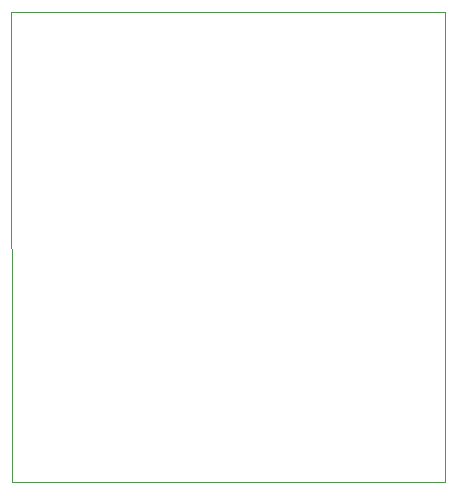
<source format=gbr>
G04 #@! TF.GenerationSoftware,KiCad,Pcbnew,5.0.0-fee4fd1~66~ubuntu16.04.1*
G04 #@! TF.CreationDate,2018-08-17T12:07:40+02:00*
G04 #@! TF.ProjectId,Garden_Guardian,47617264656E5F477561726469616E2E,rev?*
G04 #@! TF.SameCoordinates,Original*
G04 #@! TF.FileFunction,Profile,NP*
%FSLAX46Y46*%
G04 Gerber Fmt 4.6, Leading zero omitted, Abs format (unit mm)*
G04 Created by KiCad (PCBNEW 5.0.0-fee4fd1~66~ubuntu16.04.1) date Fri Aug 17 12:07:40 2018*
%MOMM*%
%LPD*%
G01*
G04 APERTURE LIST*
%ADD10C,0.100000*%
G04 APERTURE END LIST*
D10*
X144430000Y-112450000D02*
X181120000Y-112440000D01*
X144430000Y-112450000D02*
X144400000Y-72730000D01*
X181120000Y-72680000D02*
X181120000Y-112440000D01*
X144400000Y-72730000D02*
X181120000Y-72680000D01*
M02*

</source>
